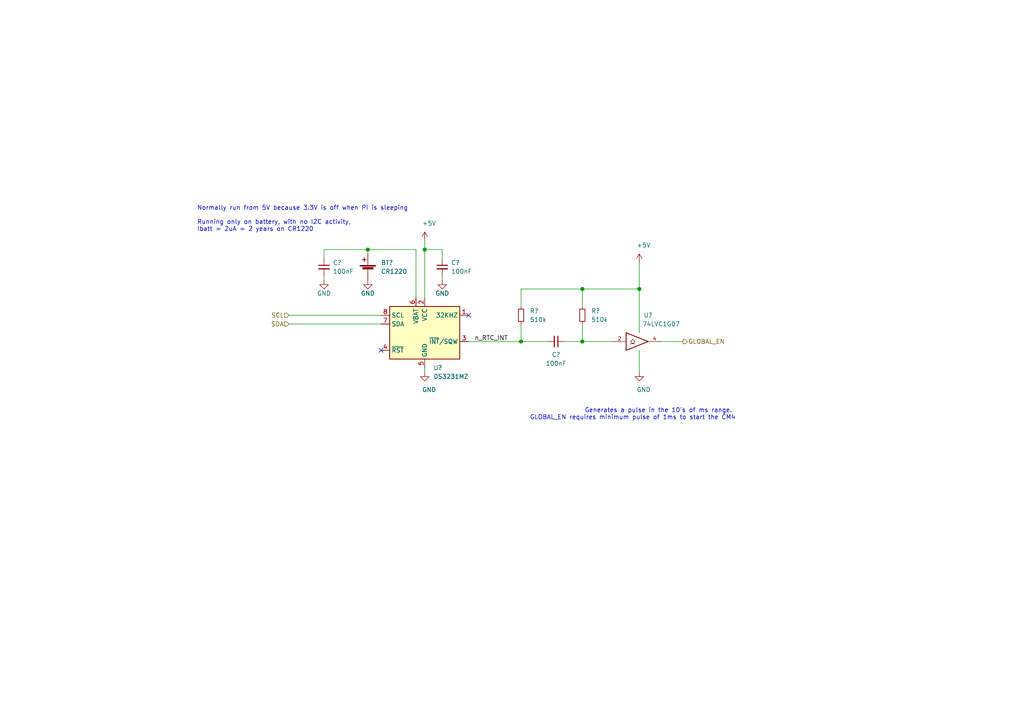
<source format=kicad_sch>
(kicad_sch (version 20210126) (generator eeschema)
  (paper "A4")
  (lib_symbols
    (symbol "74xGxx:74LVC1G07" (pin_names (offset 1.016))
      (property "Reference" "U" (at -2.54 3.81 0))
      (property "Value" "74LVC1G07" (at 0 -3.81 0))
      (symbol "74LVC1G07_0_1"
        (polyline (pts (xy -2.54 -0.635) (xy -1.27 -0.635)))
        (polyline (pts (xy -3.81 2.54) (xy -3.81 -2.54) (xy 2.54 0) (xy -3.81 2.54)) (stroke (width 0.254)))
        (polyline (pts (xy -1.905 0.635) (xy -2.54 0) (xy -1.905 -0.635) (xy -1.27 0) (xy -1.905 0.635)))
      )
      (symbol "74LVC1G07_1_1"
        (pin input line (at -7.62 0 0) (length 3.81) (name "~") (number "2"))
        (pin power_in line (at 0 -2.54 270) (length 0) hide (name "GND") (number "3"))
        (pin open_collector line (at 6.35 0 180) (length 3.81) (name "~") (number "4"))
        (pin power_in line (at 0 2.54 90) (length 0) hide (name "VCC") (number "5"))
      )
    )
    (symbol "Device:Battery_Cell" (pin_numbers hide) (pin_names (offset 0) hide)
      (property "Reference" "BT" (at 2.54 2.54 0))
      (property "Value" "Battery_Cell" (at 2.54 0 0))
      (symbol "Battery_Cell_0_1"
        (rectangle (start -2.286 1.778) (end 2.286 1.524) (fill (type outline)))
        (rectangle (start -1.5748 1.1938) (end 1.4732 0.6858) (fill (type outline)))
        (polyline (pts (xy 0 0.762) (xy 0 0)))
        (polyline (pts (xy 0 1.778) (xy 0 2.54)))
        (polyline (pts (xy 0.508 3.429) (xy 1.524 3.429)) (stroke (width 0.254)))
        (polyline (pts (xy 1.016 3.937) (xy 1.016 2.921)) (stroke (width 0.254)))
      )
      (symbol "Battery_Cell_1_1"
        (pin passive line (at 0 5.08 270) (length 2.54) (name "+") (number "1"))
        (pin passive line (at 0 -2.54 90) (length 2.54) (name "-") (number "2"))
      )
    )
    (symbol "Device:C_Small" (pin_numbers hide) (pin_names (offset 0.254) hide)
      (property "Reference" "C" (at 0.254 1.778 0))
      (property "Value" "C_Small" (at 0.254 -2.032 0))
      (symbol "C_Small_0_1"
        (polyline (pts (xy -1.524 -0.508) (xy 1.524 -0.508)) (stroke (width 0.3302)))
        (polyline (pts (xy -1.524 0.508) (xy 1.524 0.508)) (stroke (width 0.3048)))
      )
      (symbol "C_Small_1_1"
        (pin passive line (at 0 2.54 270) (length 2.032) (name "~") (number "1"))
        (pin passive line (at 0 -2.54 90) (length 2.032) (name "~") (number "2"))
      )
    )
    (symbol "Device:R_Small" (pin_numbers hide) (pin_names (offset 0.254) hide)
      (property "Reference" "R" (at 0.762 0.508 0))
      (property "Value" "R_Small" (at 0.762 -1.016 0))
      (symbol "R_Small_0_1"
        (rectangle (start -0.762 1.778) (end 0.762 -1.778) (stroke (width 0.2032)))
      )
      (symbol "R_Small_1_1"
        (pin passive line (at 0 2.54 270) (length 0.762) (name "~") (number "1"))
        (pin passive line (at 0 -2.54 90) (length 0.762) (name "~") (number "2"))
      )
    )
    (symbol "Timer_RTC:DS3231MZ"
      (property "Reference" "U" (at -7.62 8.89 0))
      (property "Value" "DS3231MZ" (at 11.43 8.89 0))
      (symbol "DS3231MZ_0_1"
        (rectangle (start -10.16 7.62) (end 10.16 -7.62) (stroke (width 0.254)) (fill (type background)))
      )
      (symbol "DS3231MZ_1_1"
        (pin open_collector line (at 12.7 5.08 180) (length 2.54) (name "32KHZ") (number "1"))
        (pin power_in line (at 0 10.16 270) (length 2.54) (name "VCC") (number "2"))
        (pin open_collector line (at 12.7 -2.54 180) (length 2.54) (name "~INT~/SQW") (number "3"))
        (pin bidirectional line (at -12.7 -5.08 0) (length 2.54) (name "~RST") (number "4"))
        (pin power_in line (at 0 -10.16 90) (length 2.54) (name "GND") (number "5"))
        (pin power_in line (at -2.54 10.16 270) (length 2.54) (name "VBAT") (number "6"))
        (pin bidirectional line (at -12.7 2.54 0) (length 2.54) (name "SDA") (number "7"))
        (pin input line (at -12.7 5.08 0) (length 2.54) (name "SCL") (number "8"))
      )
    )
    (symbol "power:+5V" (power) (pin_names (offset 0))
      (property "Value" "+5V" (at 0 3.556 0))
      (symbol "+5V_0_1"
        (polyline (pts (xy -0.762 1.27) (xy 0 2.54)))
        (polyline (pts (xy 0 0) (xy 0 2.54)))
        (polyline (pts (xy 0 2.54) (xy 0.762 1.27)))
      )
      (symbol "+5V_1_1"
        (pin power_in line (at 0 0 90) (length 0) hide (name "+5V") (number "1"))
      )
    )
    (symbol "power:GND" (power) (pin_names (offset 0))
      (property "Value" "GND" (at 0 -3.81 0))
      (symbol "GND_0_1"
        (polyline (pts (xy 0 0) (xy 0 -1.27) (xy 1.27 -1.27) (xy 0 -2.54) (xy -1.27 -1.27) (xy 0 -1.27)))
      )
      (symbol "GND_1_1"
        (pin power_in line (at 0 0 270) (length 0) hide (name "GND") (number "1"))
      )
    )
  )
  (junction (at 106.68 72.39) (diameter 1.016))
  (junction (at 123.19 72.39) (diameter 1.016))
  (junction (at 151.13 99.06) (diameter 1.016))
  (junction (at 168.91 83.82) (diameter 1.016))
  (junction (at 168.91 99.06) (diameter 1.016))
  (junction (at 185.42 83.82) (diameter 1.016))
  (no_connect (at 110.49 101.6))
  (no_connect (at 135.89 91.44))
  (wire (pts (xy 83.82 91.44) (xy 110.49 91.44)))
  (wire (pts (xy 83.82 93.98) (xy 110.49 93.98)))
  (wire (pts (xy 93.98 72.39) (xy 93.98 74.93)))
  (wire (pts (xy 93.98 80.01) (xy 93.98 81.28)))
  (wire (pts (xy 106.68 72.39) (xy 93.98 72.39)))
  (wire (pts (xy 106.68 72.39) (xy 120.65 72.39)))
  (wire (pts (xy 106.68 73.66) (xy 106.68 72.39)))
  (wire (pts (xy 120.65 72.39) (xy 120.65 86.36)))
  (wire (pts (xy 123.19 69.85) (xy 123.19 72.39)))
  (wire (pts (xy 123.19 72.39) (xy 123.19 86.36)))
  (wire (pts (xy 123.19 72.39) (xy 128.27 72.39)))
  (wire (pts (xy 123.19 106.68) (xy 123.19 107.95)))
  (wire (pts (xy 128.27 72.39) (xy 128.27 74.93)))
  (wire (pts (xy 128.27 81.28) (xy 128.27 80.01)))
  (wire (pts (xy 135.89 99.06) (xy 151.13 99.06)))
  (wire (pts (xy 151.13 83.82) (xy 168.91 83.82)))
  (wire (pts (xy 151.13 88.9) (xy 151.13 83.82)))
  (wire (pts (xy 151.13 93.98) (xy 151.13 99.06)))
  (wire (pts (xy 151.13 99.06) (xy 158.75 99.06)))
  (wire (pts (xy 163.83 99.06) (xy 168.91 99.06)))
  (wire (pts (xy 168.91 83.82) (xy 168.91 88.9)))
  (wire (pts (xy 168.91 83.82) (xy 185.42 83.82)))
  (wire (pts (xy 168.91 93.98) (xy 168.91 99.06)))
  (wire (pts (xy 168.91 99.06) (xy 177.8 99.06)))
  (wire (pts (xy 185.42 76.2) (xy 185.42 83.82)))
  (wire (pts (xy 185.42 83.82) (xy 185.42 96.52)))
  (wire (pts (xy 185.42 101.6) (xy 185.42 107.95)))
  (wire (pts (xy 191.77 99.06) (xy 198.12 99.06)))
  (text "Normally run from 5V because 3.3V is off when Pi is sleeping\n\nRunning only on battery, with no I2C activity, \nIbatt = 2uA = 2 years on CR1220" (at 57.15 67.31 0) (effects (font (size 1.27 1.27)) (justify left bottom)))
  (text "Generates a pulse in the 10's of ms range. \nGLOBAL_EN requires minimum pulse of 1ms to start the CM4" (at 213.36 121.92 0) (effects (font (size 1.27 1.27)) (justify right bottom)))
  (label "n_RTC_INT" (at 147.32 99.06 180))
  (hierarchical_label "SCL" (shape input) (at 83.82 91.44 180))
  (hierarchical_label "SDA" (shape input) (at 83.82 93.98 180))
  (hierarchical_label "GLOBAL_EN" (shape output) (at 198.12 99.06 0))
  (symbol (lib_id "power:+5V") (at 123.19 69.85 0) (unit 1)
    (property "Reference" "#PWR?" (effects hide))
    (property "Value" "+5V" (at 124.46 64.77 0))
  )
  (symbol (lib_id "power:+5V") (at 185.42 76.2 0) (unit 1)
    (property "Reference" "#PWR?" (effects hide))
    (property "Value" "+5V" (at 186.69 71.12 0))
  )
  (symbol (lib_id "power:GND") (at 93.98 81.28 0) (unit 1)
    (property "Reference" "#PWR?" (effects hide))
    (property "Value" "GND" (at 93.98 85.09 0))
  )
  (symbol (lib_id "power:GND") (at 106.68 81.28 0) (unit 1)
    (property "Reference" "#PWR?" (effects hide))
    (property "Value" "GND" (at 106.68 85.09 0))
  )
  (symbol (lib_id "power:GND") (at 123.19 107.95 0) (unit 1)
    (property "Reference" "#PWR?" (effects hide))
    (property "Value" "GND" (at 124.46 113.03 0))
  )
  (symbol (lib_id "power:GND") (at 128.27 81.28 0) (unit 1)
    (property "Reference" "#PWR?" (effects hide))
    (property "Value" "GND" (at 128.27 85.09 0))
  )
  (symbol (lib_id "power:GND") (at 185.42 107.95 0) (unit 1)
    (property "Reference" "#PWR?" (effects hide))
    (property "Value" "GND" (at 186.69 113.03 0))
  )
  (symbol (lib_id "Device:R_Small") (at 151.13 91.44 0) (mirror y) (unit 1)
    (property "Reference" "R?" (at 153.67 90.17 0) (effects (justify right)))
    (property "Value" "510k" (at 153.67 92.71 0) (effects (justify right)))
  )
  (symbol (lib_id "Device:R_Small") (at 168.91 91.44 0) (mirror y) (unit 1)
    (property "Reference" "R?" (at 171.45 90.17 0) (effects (justify right)))
    (property "Value" "510k" (at 171.45 92.71 0) (effects (justify right)))
  )
  (symbol (lib_id "Device:C_Small") (at 93.98 77.47 0) (unit 1)
    (property "Reference" "C?" (at 96.52 76.2 0) (effects (justify left)))
    (property "Value" "100nF" (at 96.52 78.74 0) (effects (justify left)))
  )
  (symbol (lib_id "Device:C_Small") (at 128.27 77.47 0) (unit 1)
    (property "Reference" "C?" (at 130.81 76.2 0) (effects (justify left)))
    (property "Value" "100nF" (at 130.81 78.74 0) (effects (justify left)))
  )
  (symbol (lib_id "Device:C_Small") (at 161.29 99.06 270) (unit 1)
    (property "Reference" "C?" (at 161.29 102.87 90))
    (property "Value" "100nF" (at 161.29 105.41 90))
  )
  (symbol (lib_id "Device:Battery_Cell") (at 106.68 78.74 0) (mirror y) (unit 1)
    (property "Reference" "BT?" (at 110.49 76.2 0) (effects (justify right)))
    (property "Value" "CR1220" (at 110.49 78.74 0) (effects (justify right)))
  )
  (symbol (lib_id "74xGxx:74LVC1G07") (at 185.42 99.06 0) (unit 1)
    (property "Reference" "U?" (at 187.96 91.44 0))
    (property "Value" "74LVC1G07" (at 191.77 93.98 0))
    (property "Datasheet" "http://www.ti.com/lit/sg/scyt129e/scyt129e.pdf" (effects hide))
  )
  (symbol (lib_id "Timer_RTC:DS3231MZ") (at 123.19 96.52 0) (unit 1)
    (property "Reference" "U?" (at 127 106.68 0))
    (property "Value" "DS3231MZ" (at 130.81 109.22 0))
    (property "Footprint" "Package_SO:SOIC-8_3.9x4.9mm_P1.27mm" (effects hide))
    (property "Datasheet" "http://datasheets.maximintegrated.com/en/ds/DS3231M.pdf" (effects hide))
  )
)
</source>
